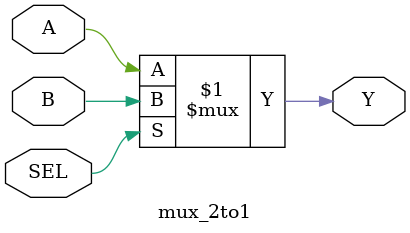
<source format=v>
module mux_2to1 (
    input A,
    input B,
    input SEL,
    output Y
);

    assign Y = SEL ? B : A;

endmodule
</source>
